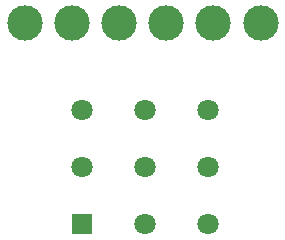
<source format=gbr>
%TF.GenerationSoftware,KiCad,Pcbnew,9.0.2*%
%TF.CreationDate,2025-09-20T13:37:04+02:00*%
%TF.ProjectId,3pdt,33706474-2e6b-4696-9361-645f70636258,rev?*%
%TF.SameCoordinates,Original*%
%TF.FileFunction,Copper,L2,Bot*%
%TF.FilePolarity,Positive*%
%FSLAX46Y46*%
G04 Gerber Fmt 4.6, Leading zero omitted, Abs format (unit mm)*
G04 Created by KiCad (PCBNEW 9.0.2) date 2025-09-20 13:37:04*
%MOMM*%
%LPD*%
G01*
G04 APERTURE LIST*
%TA.AperFunction,ComponentPad*%
%ADD10C,3.000000*%
%TD*%
%TA.AperFunction,ComponentPad*%
%ADD11R,1.800000X1.800000*%
%TD*%
%TA.AperFunction,ComponentPad*%
%ADD12C,1.800000*%
%TD*%
G04 APERTURE END LIST*
D10*
%TO.P,IN1,1,1*%
%TO.N,Net-(IN1-Pad1)*%
X149000000Y-72000000D03*
%TD*%
%TO.P,BIN1,1,1*%
%TO.N,Net-(BIN1-Pad1)*%
X141000000Y-72000000D03*
%TD*%
%TO.P,LED1,1,1*%
%TO.N,Net-(LED1-Pad1)*%
X133000000Y-72000000D03*
%TD*%
%TO.P,OUT1,1,1*%
%TO.N,Net-(OUT1-Pad1)*%
X145000000Y-72000000D03*
%TD*%
%TO.P,BOUD1,1,1*%
%TO.N,Net-(BOUD1-Pad1)*%
X137000000Y-72000000D03*
%TD*%
%TO.P,GND1,1,1*%
%TO.N,Net-(GND1-Pad1)*%
X153000000Y-72000000D03*
%TD*%
D11*
%TO.P,PedalSwitch1,1*%
%TO.N,Net-(LED1-Pad1)*%
X137900000Y-89000000D03*
D12*
%TO.P,PedalSwitch1,2*%
%TO.N,Net-(IN1-Pad1)*%
X137900000Y-84200000D03*
%TO.P,PedalSwitch1,3*%
%TO.N,Net-(BOUD1-Pad1)*%
X137900000Y-79400000D03*
%TO.P,PedalSwitch1,4*%
%TO.N,Net-(GND1-Pad1)*%
X143200000Y-89000000D03*
%TO.P,PedalSwitch1,5*%
%TO.N,Net-(BIN1-Pad1)*%
X143200000Y-84200000D03*
%TO.P,PedalSwitch1,6*%
%TO.N,Net-(OUT1-Pad1)*%
X143200000Y-79400000D03*
%TO.P,PedalSwitch1,7*%
%TO.N,Net-(GND1-Pad1)*%
X148500000Y-89000000D03*
%TO.P,PedalSwitch1,8*%
X148500000Y-84200000D03*
%TO.P,PedalSwitch1,9*%
%TO.N,Net-(IN1-Pad1)*%
X148500000Y-79400000D03*
%TD*%
M02*

</source>
